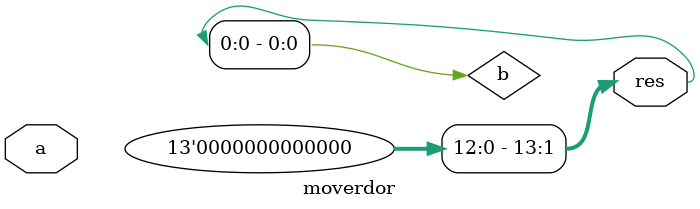
<source format=v>
`timescale 1ns / 1ps
module moverdor(
    input [13:0] a,
    output reg[13:0] res
    ); 
   always @(a,b)
	begin 
	res=b;
	end

endmodule

</source>
